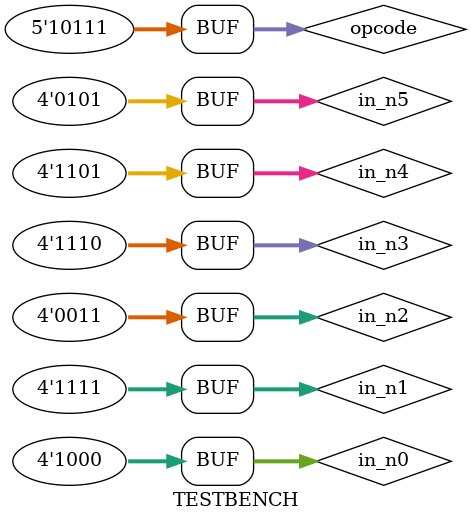
<source format=sv>
`timescale 1ns/1ps

module TESTBENCH();

logic [3:0] in_n0, in_n1, in_n2, in_n3, in_n4, in_n5;
logic [4:0] opcode;
logic [8:0] out_n;

initial begin
    in_n0 = 13;
    in_n1 = 8;
    in_n2 = 9;
    in_n3 = 0;
    in_n4 = 9;
    in_n5 = 12;
    opcode = 5'b11001;
    #30
    in_n0 = 3;
    in_n1 = 4;
    in_n2 = 7;
    in_n3 = 5;
    in_n4 = 2;
    in_n5 = 14;
    opcode = 5'b11011;
    #30
    in_n0 = 8;
    in_n1 = 15;
    in_n2 = 3;
    in_n3 = 14;
    in_n4 = 13;
    in_n5 = 5;
    opcode = 5'b10111;
end

CN I_CN(
	.opcode(opcode), .in_n0(in_n0),
	.in_n1(in_n1),
	.in_n2(in_n2),	.in_n3(in_n3),
	.in_n4(in_n4),
	.in_n5(in_n5),
	.out_n(out_n)
);

endmodule
</source>
